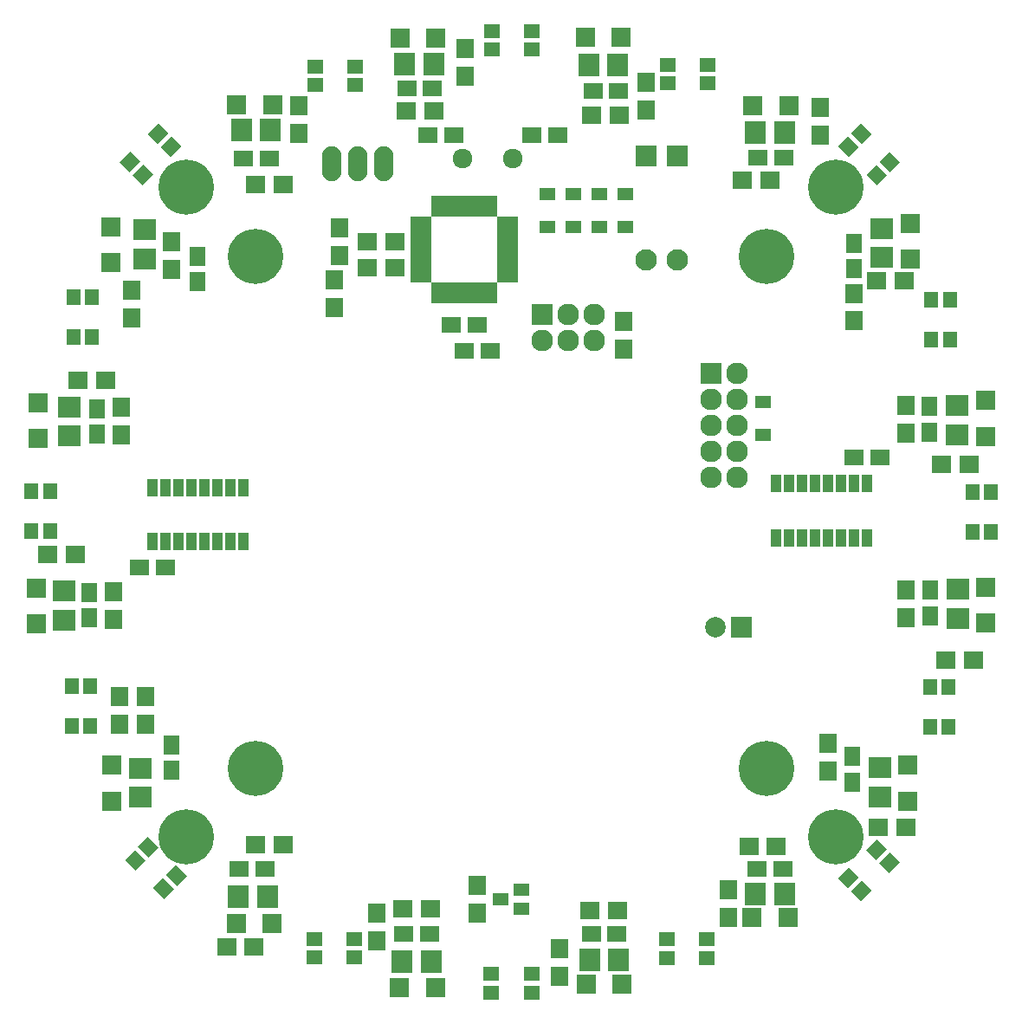
<source format=gbs>
G04 #@! TF.FileFunction,Soldermask,Bot*
%FSLAX46Y46*%
G04 Gerber Fmt 4.6, Leading zero omitted, Abs format (unit mm)*
G04 Created by KiCad (PCBNEW 4.0.6-e0-6349~53~ubuntu16.04.1) date Thu Mar  2 14:53:25 2017*
%MOMM*%
%LPD*%
G01*
G04 APERTURE LIST*
%ADD10C,0.100000*%
%ADD11C,5.400000*%
%ADD12R,1.000000X1.700000*%
%ADD13R,1.997660X2.200860*%
%ADD14R,1.700000X1.900000*%
%ADD15R,1.900000X1.650000*%
%ADD16R,2.127200X2.127200*%
%ADD17O,2.127200X2.127200*%
%ADD18R,1.620000X1.310000*%
%ADD19R,1.900000X1.700000*%
%ADD20R,0.950000X2.000000*%
%ADD21R,2.000000X0.950000*%
%ADD22R,1.650000X1.900000*%
%ADD23R,1.900000X1.900000*%
%ADD24C,2.099260*%
%ADD25R,2.099260X2.099260*%
%ADD26R,1.500000X1.400000*%
%ADD27R,1.400000X1.500000*%
%ADD28R,2.200860X1.997660*%
%ADD29C,1.924000*%
%ADD30O,1.906220X3.414980*%
%ADD31R,2.000000X2.000000*%
%ADD32C,2.000000*%
%ADD33R,1.600000X1.200000*%
G04 APERTURE END LIST*
D10*
D11*
X125250000Y-124750000D03*
D12*
X182880000Y-90170000D03*
X184150000Y-90170000D03*
X185420000Y-90170000D03*
X186690000Y-90170000D03*
X187960000Y-90170000D03*
X189230000Y-90170000D03*
X190500000Y-90170000D03*
X191770000Y-90170000D03*
X191770000Y-95470000D03*
X190500000Y-95470000D03*
X189230000Y-95470000D03*
X187960000Y-95470000D03*
X186690000Y-95470000D03*
X185420000Y-95470000D03*
X184150000Y-95470000D03*
X182880000Y-95470000D03*
D13*
X164592000Y-49276000D03*
X167431720Y-49276000D03*
D14*
X187250000Y-56100000D03*
X187250000Y-53400000D03*
D10*
G36*
X190224695Y-55964645D02*
X191214645Y-54974695D01*
X192275305Y-56035355D01*
X191285355Y-57025305D01*
X190224695Y-55964645D01*
X190224695Y-55964645D01*
G37*
G36*
X192982411Y-58722361D02*
X193972361Y-57732411D01*
X195033021Y-58793071D01*
X194043071Y-59783021D01*
X192982411Y-58722361D01*
X192982411Y-58722361D01*
G37*
G36*
X191709619Y-59995154D02*
X192699569Y-59005204D01*
X193760229Y-60065864D01*
X192770279Y-61055814D01*
X191709619Y-59995154D01*
X191709619Y-59995154D01*
G37*
G36*
X188951903Y-57237437D02*
X189941853Y-56247487D01*
X191002513Y-57308147D01*
X190012563Y-58298097D01*
X188951903Y-57237437D01*
X188951903Y-57237437D01*
G37*
D15*
X153650000Y-74676000D03*
X151150000Y-74676000D03*
D16*
X176540000Y-79430000D03*
D17*
X179080000Y-79430000D03*
X176540000Y-81970000D03*
X179080000Y-81970000D03*
X176540000Y-84510000D03*
X179080000Y-84510000D03*
X176540000Y-87050000D03*
X179080000Y-87050000D03*
X176540000Y-89590000D03*
X179080000Y-89590000D03*
D18*
X163068000Y-65135000D03*
X163068000Y-61865000D03*
D19*
X195600000Y-123750000D03*
X192900000Y-123750000D03*
D20*
X149600000Y-63060000D03*
X150400000Y-63060000D03*
X151200000Y-63060000D03*
X152000000Y-63060000D03*
X152800000Y-63060000D03*
X153600000Y-63060000D03*
X154400000Y-63060000D03*
X155200000Y-63060000D03*
D21*
X156650000Y-64510000D03*
X156650000Y-65310000D03*
X156650000Y-66110000D03*
X156650000Y-66910000D03*
X156650000Y-67710000D03*
X156650000Y-68510000D03*
X156650000Y-69310000D03*
X156650000Y-70110000D03*
D20*
X155200000Y-71560000D03*
X154400000Y-71560000D03*
X153600000Y-71560000D03*
X152800000Y-71560000D03*
X152000000Y-71560000D03*
X151200000Y-71560000D03*
X150400000Y-71560000D03*
X149600000Y-71560000D03*
D21*
X148150000Y-70110000D03*
X148150000Y-69310000D03*
X148150000Y-68510000D03*
X148150000Y-67710000D03*
X148150000Y-66910000D03*
X148150000Y-66110000D03*
X148150000Y-65310000D03*
X148150000Y-64510000D03*
D19*
X145622000Y-66548000D03*
X142922000Y-66548000D03*
X145622000Y-69088000D03*
X142922000Y-69088000D03*
D15*
X152440000Y-77216000D03*
X154940000Y-77216000D03*
D13*
X149171660Y-136893300D03*
X146331940Y-136893300D03*
D12*
X130810000Y-95885000D03*
X129540000Y-95885000D03*
X128270000Y-95885000D03*
X127000000Y-95885000D03*
X125730000Y-95885000D03*
X124460000Y-95885000D03*
X123190000Y-95885000D03*
X121920000Y-95885000D03*
X121920000Y-90585000D03*
X123190000Y-90585000D03*
X124460000Y-90585000D03*
X125730000Y-90585000D03*
X127000000Y-90585000D03*
X128270000Y-90585000D03*
X129540000Y-90585000D03*
X130810000Y-90585000D03*
D15*
X164825360Y-134223760D03*
X167325360Y-134223760D03*
X146501800Y-134188200D03*
X149001800Y-134188200D03*
X130403280Y-127853440D03*
X132903280Y-127853440D03*
D22*
X123770000Y-118220000D03*
X123770000Y-115720000D03*
X115785900Y-100819900D03*
X115785900Y-103319900D03*
X116471700Y-82874800D03*
X116471700Y-85374800D03*
X126365000Y-67965000D03*
X126365000Y-70465000D03*
D15*
X133330000Y-58420000D03*
X130830000Y-58420000D03*
X159024000Y-56134000D03*
X161524000Y-56134000D03*
X151364000Y-56134000D03*
X148864000Y-56134000D03*
X123170000Y-98425000D03*
X120670000Y-98425000D03*
X149306600Y-51549300D03*
X146806600Y-51549300D03*
X167520940Y-51828700D03*
X165020940Y-51828700D03*
X183634700Y-58331100D03*
X181134700Y-58331100D03*
D22*
X190500000Y-69195000D03*
X190500000Y-66695000D03*
X197896480Y-85171600D03*
X197896480Y-82671600D03*
X197977760Y-103114160D03*
X197977760Y-100614160D03*
X190340000Y-116870000D03*
X190340000Y-119370000D03*
D15*
X181040720Y-127853440D03*
X183540720Y-127853440D03*
D16*
X160020000Y-73660000D03*
D17*
X160020000Y-76200000D03*
X162560000Y-73660000D03*
X162560000Y-76200000D03*
X165100000Y-73660000D03*
X165100000Y-76200000D03*
D23*
X167853300Y-139141200D03*
X164353300Y-139141200D03*
X149578000Y-139446000D03*
X146078000Y-139446000D03*
X133626800Y-133217920D03*
X130126800Y-133217920D03*
X117977920Y-121231600D03*
X117977920Y-117731600D03*
X110604300Y-103896100D03*
X110604300Y-100396100D03*
X110718600Y-85760500D03*
X110718600Y-82260500D03*
X117881400Y-68615500D03*
X117881400Y-65115500D03*
X130182680Y-53197760D03*
X133682680Y-53197760D03*
X146116100Y-46634400D03*
X149616100Y-46634400D03*
X164269480Y-46603920D03*
X167769480Y-46603920D03*
X180634700Y-53263800D03*
X184134700Y-53263800D03*
X196027040Y-64737040D03*
X196027040Y-68237040D03*
X203403200Y-82070000D03*
X203403200Y-85570000D03*
X203362560Y-100297040D03*
X203362560Y-103797040D03*
X195795900Y-117731600D03*
X195795900Y-121231600D03*
X184035640Y-132603240D03*
X180535640Y-132603240D03*
D24*
X173228000Y-68290000D03*
D25*
X173228000Y-58130000D03*
D24*
X170160000Y-68290000D03*
D25*
X170160000Y-58130000D03*
D18*
X168148000Y-61865000D03*
X168148000Y-65135000D03*
X165608000Y-65135000D03*
X165608000Y-61865000D03*
X160528000Y-61865000D03*
X160528000Y-65135000D03*
X181610000Y-82185000D03*
X181610000Y-85455000D03*
D13*
X167495220Y-136710420D03*
X164655500Y-136710420D03*
D26*
X158978600Y-139923520D03*
X155078600Y-139923520D03*
X155078600Y-138123520D03*
X158978600Y-138123520D03*
X141693900Y-136512300D03*
X137793900Y-136512300D03*
X137793900Y-134712300D03*
X141693900Y-134712300D03*
D10*
G36*
X124033021Y-129793071D02*
X123043071Y-130783021D01*
X121982411Y-129722361D01*
X122972361Y-128732411D01*
X124033021Y-129793071D01*
X124033021Y-129793071D01*
G37*
G36*
X121275305Y-127035355D02*
X120285355Y-128025305D01*
X119224695Y-126964645D01*
X120214645Y-125974695D01*
X121275305Y-127035355D01*
X121275305Y-127035355D01*
G37*
G36*
X122548097Y-125762562D02*
X121558147Y-126752512D01*
X120497487Y-125691852D01*
X121487437Y-124701902D01*
X122548097Y-125762562D01*
X122548097Y-125762562D01*
G37*
G36*
X125305813Y-128520279D02*
X124315863Y-129510229D01*
X123255203Y-128449569D01*
X124245153Y-127459619D01*
X125305813Y-128520279D01*
X125305813Y-128520279D01*
G37*
D27*
X114051080Y-113883440D03*
X114051080Y-109983440D03*
X115851080Y-109983440D03*
X115851080Y-113883440D03*
D13*
X133184900Y-130535680D03*
X130345180Y-130535680D03*
D28*
X120741440Y-120860820D03*
X120741440Y-118021100D03*
D27*
X110111540Y-94856300D03*
X110111540Y-90956300D03*
X111911540Y-90956300D03*
X111911540Y-94856300D03*
X114190780Y-75885040D03*
X114190780Y-71985040D03*
X115990780Y-71985040D03*
X115990780Y-75885040D03*
D10*
G36*
X119714645Y-59775305D02*
X118724695Y-58785355D01*
X119785355Y-57724695D01*
X120775305Y-58714645D01*
X119714645Y-59775305D01*
X119714645Y-59775305D01*
G37*
G36*
X122472361Y-57017589D02*
X121482411Y-56027639D01*
X122543071Y-54966979D01*
X123533021Y-55956929D01*
X122472361Y-57017589D01*
X122472361Y-57017589D01*
G37*
G36*
X123745154Y-58290381D02*
X122755204Y-57300431D01*
X123815864Y-56239771D01*
X124805814Y-57229721D01*
X123745154Y-58290381D01*
X123745154Y-58290381D01*
G37*
G36*
X120987437Y-61048097D02*
X119997487Y-60058147D01*
X121058147Y-58997487D01*
X122048097Y-59987437D01*
X120987437Y-61048097D01*
X120987437Y-61048097D01*
G37*
D26*
X137855960Y-49453800D03*
X141755960Y-49453800D03*
X141755960Y-51253800D03*
X137855960Y-51253800D03*
D28*
X113271300Y-103527860D03*
X113271300Y-100688140D03*
X113766600Y-85544660D03*
X113766600Y-82704940D03*
X121158000Y-68221860D03*
X121158000Y-65382140D03*
D13*
X130624580Y-55656480D03*
X133464300Y-55656480D03*
D26*
X155143200Y-45986700D03*
X159043200Y-45986700D03*
X159043200Y-47786700D03*
X155143200Y-47786700D03*
X172333920Y-49286160D03*
X176233920Y-49286160D03*
X176233920Y-51086160D03*
X172333920Y-51086160D03*
D27*
X199872600Y-72199500D03*
X199872600Y-76099500D03*
X198072600Y-76099500D03*
X198072600Y-72199500D03*
D13*
X146598640Y-49187100D03*
X149438360Y-49187100D03*
X180888640Y-55892700D03*
X183728360Y-55892700D03*
D28*
X193263520Y-65250060D03*
X193263520Y-68089780D03*
D27*
X203911200Y-91059000D03*
X203911200Y-94959000D03*
X202111200Y-94959000D03*
X202111200Y-91059000D03*
X199758300Y-110032800D03*
X199758300Y-113932800D03*
X197958300Y-113932800D03*
X197958300Y-110032800D03*
D10*
G36*
X194043071Y-126216979D02*
X195033021Y-127206929D01*
X193972361Y-128267589D01*
X192982411Y-127277639D01*
X194043071Y-126216979D01*
X194043071Y-126216979D01*
G37*
G36*
X191285355Y-128974695D02*
X192275305Y-129964645D01*
X191214645Y-131025305D01*
X190224695Y-130035355D01*
X191285355Y-128974695D01*
X191285355Y-128974695D01*
G37*
G36*
X190012562Y-127701903D02*
X191002512Y-128691853D01*
X189941852Y-129752513D01*
X188951902Y-128762563D01*
X190012562Y-127701903D01*
X190012562Y-127701903D01*
G37*
G36*
X192770279Y-124944187D02*
X193760229Y-125934137D01*
X192699569Y-126994797D01*
X191709619Y-126004847D01*
X192770279Y-124944187D01*
X192770279Y-124944187D01*
G37*
D26*
X176136300Y-136550400D03*
X172236300Y-136550400D03*
X172236300Y-134750400D03*
X176136300Y-134750400D03*
D28*
X200558400Y-82552540D03*
X200558400Y-85392260D03*
X200639680Y-100525580D03*
X200639680Y-103365300D03*
X193014600Y-120787160D03*
X193014600Y-117947440D03*
D13*
X183720740Y-130286760D03*
X180881020Y-130286760D03*
D14*
X161744660Y-135667760D03*
X161744660Y-138367760D03*
X143891000Y-132203200D03*
X143891000Y-134903200D03*
D19*
X129180000Y-135500000D03*
X131880000Y-135500000D03*
D14*
X118745000Y-111045000D03*
X118745000Y-113745000D03*
D19*
X167425360Y-131932680D03*
X164725360Y-131932680D03*
X149101800Y-131787900D03*
X146401800Y-131787900D03*
X134710000Y-125460000D03*
X132010000Y-125460000D03*
D14*
X121285000Y-111045000D03*
X121285000Y-113745000D03*
D19*
X114380000Y-97155000D03*
X111680000Y-97155000D03*
X117351800Y-80060800D03*
X114651800Y-80060800D03*
D14*
X119888000Y-73994000D03*
X119888000Y-71294000D03*
X136235440Y-55944760D03*
X136235440Y-53244760D03*
X118158260Y-103470700D03*
X118158260Y-100770700D03*
X118872000Y-85398600D03*
X118872000Y-82698600D03*
X123825000Y-69295000D03*
X123825000Y-66595000D03*
D19*
X132000000Y-60960000D03*
X134700000Y-60960000D03*
D14*
X152514300Y-50346600D03*
X152514300Y-47646600D03*
X170192700Y-53661300D03*
X170192700Y-50961300D03*
D19*
X192693300Y-70370700D03*
X195393300Y-70370700D03*
X146744700Y-53797200D03*
X149444700Y-53797200D03*
X164880300Y-54216300D03*
X167580300Y-54216300D03*
X179608500Y-60502800D03*
X182308500Y-60502800D03*
D14*
X190500000Y-74300000D03*
X190500000Y-71600000D03*
D19*
X199091560Y-88346280D03*
X201791560Y-88346280D03*
X199510000Y-107430000D03*
X202210000Y-107430000D03*
D14*
X178229260Y-129884180D03*
X178229260Y-132584180D03*
X195607940Y-82553820D03*
X195607940Y-85253820D03*
X195620640Y-100595440D03*
X195620640Y-103295440D03*
X187970000Y-118280000D03*
X187970000Y-115580000D03*
D19*
X182930000Y-125690000D03*
X180230000Y-125690000D03*
D14*
X153670000Y-129460000D03*
X153670000Y-132160000D03*
X140208000Y-67898000D03*
X140208000Y-65198000D03*
X168030000Y-77080000D03*
X168030000Y-74380000D03*
D29*
X152246000Y-58420000D03*
X157126000Y-58420000D03*
D11*
X182000000Y-68000000D03*
X132000000Y-68000000D03*
X182000000Y-118000000D03*
X132000000Y-118000000D03*
X188750000Y-61250000D03*
X125250000Y-61250000D03*
X188750000Y-124750000D03*
D14*
X139700000Y-70278000D03*
X139700000Y-72978000D03*
D30*
X139420000Y-58950000D03*
X141960000Y-58950000D03*
X144500000Y-58950000D03*
D15*
X190510000Y-87660000D03*
X193010000Y-87660000D03*
D31*
X179500000Y-104250000D03*
D32*
X177000000Y-104250000D03*
D33*
X156000000Y-130800000D03*
X158000000Y-129850000D03*
X158000000Y-131750000D03*
M02*

</source>
